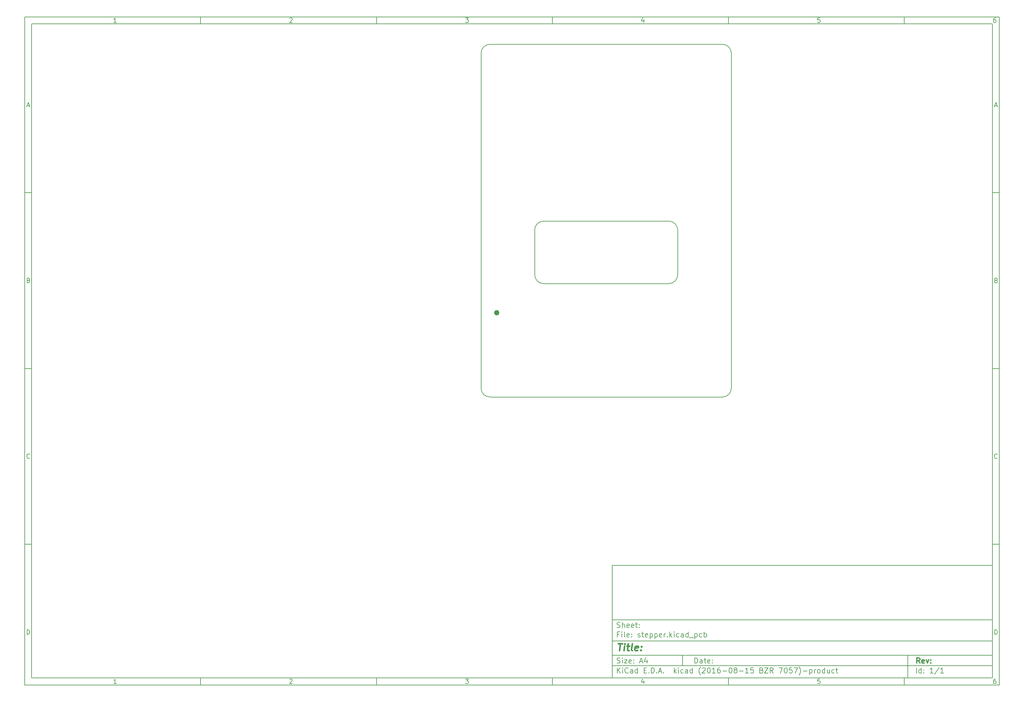
<source format=gbr>
G04 #@! TF.FileFunction,Glue,Top*
%FSLAX46Y46*%
G04 Gerber Fmt 4.6, Leading zero omitted, Abs format (unit mm)*
G04 Created by KiCad (PCBNEW (2016-08-15 BZR 7057)-product) date Tue Nov  8 12:42:18 2016*
%MOMM*%
%LPD*%
G01*
G04 APERTURE LIST*
%ADD10C,0.100000*%
%ADD11C,0.150000*%
%ADD12C,0.300000*%
%ADD13C,0.400000*%
%ADD14C,0.381000*%
G04 APERTURE END LIST*
D10*
D11*
X177002200Y-166007200D02*
X177002200Y-198007200D01*
X285002200Y-198007200D01*
X285002200Y-166007200D01*
X177002200Y-166007200D01*
D10*
D11*
X10000000Y-10000000D02*
X10000000Y-200007200D01*
X287002200Y-200007200D01*
X287002200Y-10000000D01*
X10000000Y-10000000D01*
D10*
D11*
X12000000Y-12000000D02*
X12000000Y-198007200D01*
X285002200Y-198007200D01*
X285002200Y-12000000D01*
X12000000Y-12000000D01*
D10*
D11*
X60000000Y-12000000D02*
X60000000Y-10000000D01*
D10*
D11*
X110000000Y-12000000D02*
X110000000Y-10000000D01*
D10*
D11*
X160000000Y-12000000D02*
X160000000Y-10000000D01*
D10*
D11*
X210000000Y-12000000D02*
X210000000Y-10000000D01*
D10*
D11*
X260000000Y-12000000D02*
X260000000Y-10000000D01*
D10*
D11*
X36065476Y-11588095D02*
X35322619Y-11588095D01*
X35694047Y-11588095D02*
X35694047Y-10288095D01*
X35570238Y-10473809D01*
X35446428Y-10597619D01*
X35322619Y-10659523D01*
D10*
D11*
X85322619Y-10411904D02*
X85384523Y-10350000D01*
X85508333Y-10288095D01*
X85817857Y-10288095D01*
X85941666Y-10350000D01*
X86003571Y-10411904D01*
X86065476Y-10535714D01*
X86065476Y-10659523D01*
X86003571Y-10845238D01*
X85260714Y-11588095D01*
X86065476Y-11588095D01*
D10*
D11*
X135260714Y-10288095D02*
X136065476Y-10288095D01*
X135632142Y-10783333D01*
X135817857Y-10783333D01*
X135941666Y-10845238D01*
X136003571Y-10907142D01*
X136065476Y-11030952D01*
X136065476Y-11340476D01*
X136003571Y-11464285D01*
X135941666Y-11526190D01*
X135817857Y-11588095D01*
X135446428Y-11588095D01*
X135322619Y-11526190D01*
X135260714Y-11464285D01*
D10*
D11*
X185941666Y-10721428D02*
X185941666Y-11588095D01*
X185632142Y-10226190D02*
X185322619Y-11154761D01*
X186127380Y-11154761D01*
D10*
D11*
X236003571Y-10288095D02*
X235384523Y-10288095D01*
X235322619Y-10907142D01*
X235384523Y-10845238D01*
X235508333Y-10783333D01*
X235817857Y-10783333D01*
X235941666Y-10845238D01*
X236003571Y-10907142D01*
X236065476Y-11030952D01*
X236065476Y-11340476D01*
X236003571Y-11464285D01*
X235941666Y-11526190D01*
X235817857Y-11588095D01*
X235508333Y-11588095D01*
X235384523Y-11526190D01*
X235322619Y-11464285D01*
D10*
D11*
X285941666Y-10288095D02*
X285694047Y-10288095D01*
X285570238Y-10350000D01*
X285508333Y-10411904D01*
X285384523Y-10597619D01*
X285322619Y-10845238D01*
X285322619Y-11340476D01*
X285384523Y-11464285D01*
X285446428Y-11526190D01*
X285570238Y-11588095D01*
X285817857Y-11588095D01*
X285941666Y-11526190D01*
X286003571Y-11464285D01*
X286065476Y-11340476D01*
X286065476Y-11030952D01*
X286003571Y-10907142D01*
X285941666Y-10845238D01*
X285817857Y-10783333D01*
X285570238Y-10783333D01*
X285446428Y-10845238D01*
X285384523Y-10907142D01*
X285322619Y-11030952D01*
D10*
D11*
X60000000Y-198007200D02*
X60000000Y-200007200D01*
D10*
D11*
X110000000Y-198007200D02*
X110000000Y-200007200D01*
D10*
D11*
X160000000Y-198007200D02*
X160000000Y-200007200D01*
D10*
D11*
X210000000Y-198007200D02*
X210000000Y-200007200D01*
D10*
D11*
X260000000Y-198007200D02*
X260000000Y-200007200D01*
D10*
D11*
X36065476Y-199595295D02*
X35322619Y-199595295D01*
X35694047Y-199595295D02*
X35694047Y-198295295D01*
X35570238Y-198481009D01*
X35446428Y-198604819D01*
X35322619Y-198666723D01*
D10*
D11*
X85322619Y-198419104D02*
X85384523Y-198357200D01*
X85508333Y-198295295D01*
X85817857Y-198295295D01*
X85941666Y-198357200D01*
X86003571Y-198419104D01*
X86065476Y-198542914D01*
X86065476Y-198666723D01*
X86003571Y-198852438D01*
X85260714Y-199595295D01*
X86065476Y-199595295D01*
D10*
D11*
X135260714Y-198295295D02*
X136065476Y-198295295D01*
X135632142Y-198790533D01*
X135817857Y-198790533D01*
X135941666Y-198852438D01*
X136003571Y-198914342D01*
X136065476Y-199038152D01*
X136065476Y-199347676D01*
X136003571Y-199471485D01*
X135941666Y-199533390D01*
X135817857Y-199595295D01*
X135446428Y-199595295D01*
X135322619Y-199533390D01*
X135260714Y-199471485D01*
D10*
D11*
X185941666Y-198728628D02*
X185941666Y-199595295D01*
X185632142Y-198233390D02*
X185322619Y-199161961D01*
X186127380Y-199161961D01*
D10*
D11*
X236003571Y-198295295D02*
X235384523Y-198295295D01*
X235322619Y-198914342D01*
X235384523Y-198852438D01*
X235508333Y-198790533D01*
X235817857Y-198790533D01*
X235941666Y-198852438D01*
X236003571Y-198914342D01*
X236065476Y-199038152D01*
X236065476Y-199347676D01*
X236003571Y-199471485D01*
X235941666Y-199533390D01*
X235817857Y-199595295D01*
X235508333Y-199595295D01*
X235384523Y-199533390D01*
X235322619Y-199471485D01*
D10*
D11*
X285941666Y-198295295D02*
X285694047Y-198295295D01*
X285570238Y-198357200D01*
X285508333Y-198419104D01*
X285384523Y-198604819D01*
X285322619Y-198852438D01*
X285322619Y-199347676D01*
X285384523Y-199471485D01*
X285446428Y-199533390D01*
X285570238Y-199595295D01*
X285817857Y-199595295D01*
X285941666Y-199533390D01*
X286003571Y-199471485D01*
X286065476Y-199347676D01*
X286065476Y-199038152D01*
X286003571Y-198914342D01*
X285941666Y-198852438D01*
X285817857Y-198790533D01*
X285570238Y-198790533D01*
X285446428Y-198852438D01*
X285384523Y-198914342D01*
X285322619Y-199038152D01*
D10*
D11*
X10000000Y-60000000D02*
X12000000Y-60000000D01*
D10*
D11*
X10000000Y-110000000D02*
X12000000Y-110000000D01*
D10*
D11*
X10000000Y-160000000D02*
X12000000Y-160000000D01*
D10*
D11*
X10690476Y-35216666D02*
X11309523Y-35216666D01*
X10566666Y-35588095D02*
X11000000Y-34288095D01*
X11433333Y-35588095D01*
D10*
D11*
X11092857Y-84907142D02*
X11278571Y-84969047D01*
X11340476Y-85030952D01*
X11402380Y-85154761D01*
X11402380Y-85340476D01*
X11340476Y-85464285D01*
X11278571Y-85526190D01*
X11154761Y-85588095D01*
X10659523Y-85588095D01*
X10659523Y-84288095D01*
X11092857Y-84288095D01*
X11216666Y-84350000D01*
X11278571Y-84411904D01*
X11340476Y-84535714D01*
X11340476Y-84659523D01*
X11278571Y-84783333D01*
X11216666Y-84845238D01*
X11092857Y-84907142D01*
X10659523Y-84907142D01*
D10*
D11*
X11402380Y-135464285D02*
X11340476Y-135526190D01*
X11154761Y-135588095D01*
X11030952Y-135588095D01*
X10845238Y-135526190D01*
X10721428Y-135402380D01*
X10659523Y-135278571D01*
X10597619Y-135030952D01*
X10597619Y-134845238D01*
X10659523Y-134597619D01*
X10721428Y-134473809D01*
X10845238Y-134350000D01*
X11030952Y-134288095D01*
X11154761Y-134288095D01*
X11340476Y-134350000D01*
X11402380Y-134411904D01*
D10*
D11*
X10659523Y-185588095D02*
X10659523Y-184288095D01*
X10969047Y-184288095D01*
X11154761Y-184350000D01*
X11278571Y-184473809D01*
X11340476Y-184597619D01*
X11402380Y-184845238D01*
X11402380Y-185030952D01*
X11340476Y-185278571D01*
X11278571Y-185402380D01*
X11154761Y-185526190D01*
X10969047Y-185588095D01*
X10659523Y-185588095D01*
D10*
D11*
X287002200Y-60000000D02*
X285002200Y-60000000D01*
D10*
D11*
X287002200Y-110000000D02*
X285002200Y-110000000D01*
D10*
D11*
X287002200Y-160000000D02*
X285002200Y-160000000D01*
D10*
D11*
X285692676Y-35216666D02*
X286311723Y-35216666D01*
X285568866Y-35588095D02*
X286002200Y-34288095D01*
X286435533Y-35588095D01*
D10*
D11*
X286095057Y-84907142D02*
X286280771Y-84969047D01*
X286342676Y-85030952D01*
X286404580Y-85154761D01*
X286404580Y-85340476D01*
X286342676Y-85464285D01*
X286280771Y-85526190D01*
X286156961Y-85588095D01*
X285661723Y-85588095D01*
X285661723Y-84288095D01*
X286095057Y-84288095D01*
X286218866Y-84350000D01*
X286280771Y-84411904D01*
X286342676Y-84535714D01*
X286342676Y-84659523D01*
X286280771Y-84783333D01*
X286218866Y-84845238D01*
X286095057Y-84907142D01*
X285661723Y-84907142D01*
D10*
D11*
X286404580Y-135464285D02*
X286342676Y-135526190D01*
X286156961Y-135588095D01*
X286033152Y-135588095D01*
X285847438Y-135526190D01*
X285723628Y-135402380D01*
X285661723Y-135278571D01*
X285599819Y-135030952D01*
X285599819Y-134845238D01*
X285661723Y-134597619D01*
X285723628Y-134473809D01*
X285847438Y-134350000D01*
X286033152Y-134288095D01*
X286156961Y-134288095D01*
X286342676Y-134350000D01*
X286404580Y-134411904D01*
D10*
D11*
X285661723Y-185588095D02*
X285661723Y-184288095D01*
X285971247Y-184288095D01*
X286156961Y-184350000D01*
X286280771Y-184473809D01*
X286342676Y-184597619D01*
X286404580Y-184845238D01*
X286404580Y-185030952D01*
X286342676Y-185278571D01*
X286280771Y-185402380D01*
X286156961Y-185526190D01*
X285971247Y-185588095D01*
X285661723Y-185588095D01*
D10*
D11*
X200434342Y-193785771D02*
X200434342Y-192285771D01*
X200791485Y-192285771D01*
X201005771Y-192357200D01*
X201148628Y-192500057D01*
X201220057Y-192642914D01*
X201291485Y-192928628D01*
X201291485Y-193142914D01*
X201220057Y-193428628D01*
X201148628Y-193571485D01*
X201005771Y-193714342D01*
X200791485Y-193785771D01*
X200434342Y-193785771D01*
X202577200Y-193785771D02*
X202577200Y-193000057D01*
X202505771Y-192857200D01*
X202362914Y-192785771D01*
X202077200Y-192785771D01*
X201934342Y-192857200D01*
X202577200Y-193714342D02*
X202434342Y-193785771D01*
X202077200Y-193785771D01*
X201934342Y-193714342D01*
X201862914Y-193571485D01*
X201862914Y-193428628D01*
X201934342Y-193285771D01*
X202077200Y-193214342D01*
X202434342Y-193214342D01*
X202577200Y-193142914D01*
X203077200Y-192785771D02*
X203648628Y-192785771D01*
X203291485Y-192285771D02*
X203291485Y-193571485D01*
X203362914Y-193714342D01*
X203505771Y-193785771D01*
X203648628Y-193785771D01*
X204720057Y-193714342D02*
X204577200Y-193785771D01*
X204291485Y-193785771D01*
X204148628Y-193714342D01*
X204077200Y-193571485D01*
X204077200Y-193000057D01*
X204148628Y-192857200D01*
X204291485Y-192785771D01*
X204577200Y-192785771D01*
X204720057Y-192857200D01*
X204791485Y-193000057D01*
X204791485Y-193142914D01*
X204077200Y-193285771D01*
X205434342Y-193642914D02*
X205505771Y-193714342D01*
X205434342Y-193785771D01*
X205362914Y-193714342D01*
X205434342Y-193642914D01*
X205434342Y-193785771D01*
X205434342Y-192857200D02*
X205505771Y-192928628D01*
X205434342Y-193000057D01*
X205362914Y-192928628D01*
X205434342Y-192857200D01*
X205434342Y-193000057D01*
D10*
D11*
X177002200Y-194507200D02*
X285002200Y-194507200D01*
D10*
D11*
X178434342Y-196585771D02*
X178434342Y-195085771D01*
X179291485Y-196585771D02*
X178648628Y-195728628D01*
X179291485Y-195085771D02*
X178434342Y-195942914D01*
X179934342Y-196585771D02*
X179934342Y-195585771D01*
X179934342Y-195085771D02*
X179862914Y-195157200D01*
X179934342Y-195228628D01*
X180005771Y-195157200D01*
X179934342Y-195085771D01*
X179934342Y-195228628D01*
X181505771Y-196442914D02*
X181434342Y-196514342D01*
X181220057Y-196585771D01*
X181077200Y-196585771D01*
X180862914Y-196514342D01*
X180720057Y-196371485D01*
X180648628Y-196228628D01*
X180577200Y-195942914D01*
X180577200Y-195728628D01*
X180648628Y-195442914D01*
X180720057Y-195300057D01*
X180862914Y-195157200D01*
X181077200Y-195085771D01*
X181220057Y-195085771D01*
X181434342Y-195157200D01*
X181505771Y-195228628D01*
X182791485Y-196585771D02*
X182791485Y-195800057D01*
X182720057Y-195657200D01*
X182577200Y-195585771D01*
X182291485Y-195585771D01*
X182148628Y-195657200D01*
X182791485Y-196514342D02*
X182648628Y-196585771D01*
X182291485Y-196585771D01*
X182148628Y-196514342D01*
X182077200Y-196371485D01*
X182077200Y-196228628D01*
X182148628Y-196085771D01*
X182291485Y-196014342D01*
X182648628Y-196014342D01*
X182791485Y-195942914D01*
X184148628Y-196585771D02*
X184148628Y-195085771D01*
X184148628Y-196514342D02*
X184005771Y-196585771D01*
X183720057Y-196585771D01*
X183577200Y-196514342D01*
X183505771Y-196442914D01*
X183434342Y-196300057D01*
X183434342Y-195871485D01*
X183505771Y-195728628D01*
X183577200Y-195657200D01*
X183720057Y-195585771D01*
X184005771Y-195585771D01*
X184148628Y-195657200D01*
X186005771Y-195800057D02*
X186505771Y-195800057D01*
X186720057Y-196585771D02*
X186005771Y-196585771D01*
X186005771Y-195085771D01*
X186720057Y-195085771D01*
X187362914Y-196442914D02*
X187434342Y-196514342D01*
X187362914Y-196585771D01*
X187291485Y-196514342D01*
X187362914Y-196442914D01*
X187362914Y-196585771D01*
X188077200Y-196585771D02*
X188077200Y-195085771D01*
X188434342Y-195085771D01*
X188648628Y-195157200D01*
X188791485Y-195300057D01*
X188862914Y-195442914D01*
X188934342Y-195728628D01*
X188934342Y-195942914D01*
X188862914Y-196228628D01*
X188791485Y-196371485D01*
X188648628Y-196514342D01*
X188434342Y-196585771D01*
X188077200Y-196585771D01*
X189577200Y-196442914D02*
X189648628Y-196514342D01*
X189577200Y-196585771D01*
X189505771Y-196514342D01*
X189577200Y-196442914D01*
X189577200Y-196585771D01*
X190220057Y-196157200D02*
X190934342Y-196157200D01*
X190077200Y-196585771D02*
X190577200Y-195085771D01*
X191077200Y-196585771D01*
X191577200Y-196442914D02*
X191648628Y-196514342D01*
X191577200Y-196585771D01*
X191505771Y-196514342D01*
X191577200Y-196442914D01*
X191577200Y-196585771D01*
X194577200Y-196585771D02*
X194577200Y-195085771D01*
X194720057Y-196014342D02*
X195148628Y-196585771D01*
X195148628Y-195585771D02*
X194577200Y-196157200D01*
X195791485Y-196585771D02*
X195791485Y-195585771D01*
X195791485Y-195085771D02*
X195720057Y-195157200D01*
X195791485Y-195228628D01*
X195862914Y-195157200D01*
X195791485Y-195085771D01*
X195791485Y-195228628D01*
X197148628Y-196514342D02*
X197005771Y-196585771D01*
X196720057Y-196585771D01*
X196577200Y-196514342D01*
X196505771Y-196442914D01*
X196434342Y-196300057D01*
X196434342Y-195871485D01*
X196505771Y-195728628D01*
X196577200Y-195657200D01*
X196720057Y-195585771D01*
X197005771Y-195585771D01*
X197148628Y-195657200D01*
X198434342Y-196585771D02*
X198434342Y-195800057D01*
X198362914Y-195657200D01*
X198220057Y-195585771D01*
X197934342Y-195585771D01*
X197791485Y-195657200D01*
X198434342Y-196514342D02*
X198291485Y-196585771D01*
X197934342Y-196585771D01*
X197791485Y-196514342D01*
X197720057Y-196371485D01*
X197720057Y-196228628D01*
X197791485Y-196085771D01*
X197934342Y-196014342D01*
X198291485Y-196014342D01*
X198434342Y-195942914D01*
X199791485Y-196585771D02*
X199791485Y-195085771D01*
X199791485Y-196514342D02*
X199648628Y-196585771D01*
X199362914Y-196585771D01*
X199220057Y-196514342D01*
X199148628Y-196442914D01*
X199077200Y-196300057D01*
X199077200Y-195871485D01*
X199148628Y-195728628D01*
X199220057Y-195657200D01*
X199362914Y-195585771D01*
X199648628Y-195585771D01*
X199791485Y-195657200D01*
X202077200Y-197157200D02*
X202005771Y-197085771D01*
X201862914Y-196871485D01*
X201791485Y-196728628D01*
X201720057Y-196514342D01*
X201648628Y-196157200D01*
X201648628Y-195871485D01*
X201720057Y-195514342D01*
X201791485Y-195300057D01*
X201862914Y-195157200D01*
X202005771Y-194942914D01*
X202077200Y-194871485D01*
X202577200Y-195228628D02*
X202648628Y-195157200D01*
X202791485Y-195085771D01*
X203148628Y-195085771D01*
X203291485Y-195157200D01*
X203362914Y-195228628D01*
X203434342Y-195371485D01*
X203434342Y-195514342D01*
X203362914Y-195728628D01*
X202505771Y-196585771D01*
X203434342Y-196585771D01*
X204362914Y-195085771D02*
X204505771Y-195085771D01*
X204648628Y-195157200D01*
X204720057Y-195228628D01*
X204791485Y-195371485D01*
X204862914Y-195657200D01*
X204862914Y-196014342D01*
X204791485Y-196300057D01*
X204720057Y-196442914D01*
X204648628Y-196514342D01*
X204505771Y-196585771D01*
X204362914Y-196585771D01*
X204220057Y-196514342D01*
X204148628Y-196442914D01*
X204077200Y-196300057D01*
X204005771Y-196014342D01*
X204005771Y-195657200D01*
X204077200Y-195371485D01*
X204148628Y-195228628D01*
X204220057Y-195157200D01*
X204362914Y-195085771D01*
X206291485Y-196585771D02*
X205434342Y-196585771D01*
X205862914Y-196585771D02*
X205862914Y-195085771D01*
X205720057Y-195300057D01*
X205577200Y-195442914D01*
X205434342Y-195514342D01*
X207577200Y-195085771D02*
X207291485Y-195085771D01*
X207148628Y-195157200D01*
X207077200Y-195228628D01*
X206934342Y-195442914D01*
X206862914Y-195728628D01*
X206862914Y-196300057D01*
X206934342Y-196442914D01*
X207005771Y-196514342D01*
X207148628Y-196585771D01*
X207434342Y-196585771D01*
X207577200Y-196514342D01*
X207648628Y-196442914D01*
X207720057Y-196300057D01*
X207720057Y-195942914D01*
X207648628Y-195800057D01*
X207577200Y-195728628D01*
X207434342Y-195657200D01*
X207148628Y-195657200D01*
X207005771Y-195728628D01*
X206934342Y-195800057D01*
X206862914Y-195942914D01*
X208362914Y-196014342D02*
X209505771Y-196014342D01*
X210505771Y-195085771D02*
X210648628Y-195085771D01*
X210791485Y-195157200D01*
X210862914Y-195228628D01*
X210934342Y-195371485D01*
X211005771Y-195657200D01*
X211005771Y-196014342D01*
X210934342Y-196300057D01*
X210862914Y-196442914D01*
X210791485Y-196514342D01*
X210648628Y-196585771D01*
X210505771Y-196585771D01*
X210362914Y-196514342D01*
X210291485Y-196442914D01*
X210220057Y-196300057D01*
X210148628Y-196014342D01*
X210148628Y-195657200D01*
X210220057Y-195371485D01*
X210291485Y-195228628D01*
X210362914Y-195157200D01*
X210505771Y-195085771D01*
X211862914Y-195728628D02*
X211720057Y-195657200D01*
X211648628Y-195585771D01*
X211577200Y-195442914D01*
X211577200Y-195371485D01*
X211648628Y-195228628D01*
X211720057Y-195157200D01*
X211862914Y-195085771D01*
X212148628Y-195085771D01*
X212291485Y-195157200D01*
X212362914Y-195228628D01*
X212434342Y-195371485D01*
X212434342Y-195442914D01*
X212362914Y-195585771D01*
X212291485Y-195657200D01*
X212148628Y-195728628D01*
X211862914Y-195728628D01*
X211720057Y-195800057D01*
X211648628Y-195871485D01*
X211577200Y-196014342D01*
X211577200Y-196300057D01*
X211648628Y-196442914D01*
X211720057Y-196514342D01*
X211862914Y-196585771D01*
X212148628Y-196585771D01*
X212291485Y-196514342D01*
X212362914Y-196442914D01*
X212434342Y-196300057D01*
X212434342Y-196014342D01*
X212362914Y-195871485D01*
X212291485Y-195800057D01*
X212148628Y-195728628D01*
X213077200Y-196014342D02*
X214220057Y-196014342D01*
X215720057Y-196585771D02*
X214862914Y-196585771D01*
X215291485Y-196585771D02*
X215291485Y-195085771D01*
X215148628Y-195300057D01*
X215005771Y-195442914D01*
X214862914Y-195514342D01*
X217077200Y-195085771D02*
X216362914Y-195085771D01*
X216291485Y-195800057D01*
X216362914Y-195728628D01*
X216505771Y-195657200D01*
X216862914Y-195657200D01*
X217005771Y-195728628D01*
X217077200Y-195800057D01*
X217148628Y-195942914D01*
X217148628Y-196300057D01*
X217077200Y-196442914D01*
X217005771Y-196514342D01*
X216862914Y-196585771D01*
X216505771Y-196585771D01*
X216362914Y-196514342D01*
X216291485Y-196442914D01*
X219434342Y-195800057D02*
X219648628Y-195871485D01*
X219720057Y-195942914D01*
X219791485Y-196085771D01*
X219791485Y-196300057D01*
X219720057Y-196442914D01*
X219648628Y-196514342D01*
X219505771Y-196585771D01*
X218934342Y-196585771D01*
X218934342Y-195085771D01*
X219434342Y-195085771D01*
X219577200Y-195157200D01*
X219648628Y-195228628D01*
X219720057Y-195371485D01*
X219720057Y-195514342D01*
X219648628Y-195657200D01*
X219577200Y-195728628D01*
X219434342Y-195800057D01*
X218934342Y-195800057D01*
X220291485Y-195085771D02*
X221291485Y-195085771D01*
X220291485Y-196585771D01*
X221291485Y-196585771D01*
X222720057Y-196585771D02*
X222220057Y-195871485D01*
X221862914Y-196585771D02*
X221862914Y-195085771D01*
X222434342Y-195085771D01*
X222577200Y-195157200D01*
X222648628Y-195228628D01*
X222720057Y-195371485D01*
X222720057Y-195585771D01*
X222648628Y-195728628D01*
X222577200Y-195800057D01*
X222434342Y-195871485D01*
X221862914Y-195871485D01*
X224362914Y-195085771D02*
X225362914Y-195085771D01*
X224720057Y-196585771D01*
X226220057Y-195085771D02*
X226362914Y-195085771D01*
X226505771Y-195157200D01*
X226577200Y-195228628D01*
X226648628Y-195371485D01*
X226720057Y-195657200D01*
X226720057Y-196014342D01*
X226648628Y-196300057D01*
X226577200Y-196442914D01*
X226505771Y-196514342D01*
X226362914Y-196585771D01*
X226220057Y-196585771D01*
X226077200Y-196514342D01*
X226005771Y-196442914D01*
X225934342Y-196300057D01*
X225862914Y-196014342D01*
X225862914Y-195657200D01*
X225934342Y-195371485D01*
X226005771Y-195228628D01*
X226077200Y-195157200D01*
X226220057Y-195085771D01*
X228077200Y-195085771D02*
X227362914Y-195085771D01*
X227291485Y-195800057D01*
X227362914Y-195728628D01*
X227505771Y-195657200D01*
X227862914Y-195657200D01*
X228005771Y-195728628D01*
X228077200Y-195800057D01*
X228148628Y-195942914D01*
X228148628Y-196300057D01*
X228077200Y-196442914D01*
X228005771Y-196514342D01*
X227862914Y-196585771D01*
X227505771Y-196585771D01*
X227362914Y-196514342D01*
X227291485Y-196442914D01*
X228648628Y-195085771D02*
X229648628Y-195085771D01*
X229005771Y-196585771D01*
X230077199Y-197157200D02*
X230148628Y-197085771D01*
X230291485Y-196871485D01*
X230362914Y-196728628D01*
X230434342Y-196514342D01*
X230505771Y-196157200D01*
X230505771Y-195871485D01*
X230434342Y-195514342D01*
X230362914Y-195300057D01*
X230291485Y-195157200D01*
X230148628Y-194942914D01*
X230077199Y-194871485D01*
X231220057Y-196014342D02*
X232362914Y-196014342D01*
X233077199Y-195585771D02*
X233077199Y-197085771D01*
X233077199Y-195657200D02*
X233220057Y-195585771D01*
X233505771Y-195585771D01*
X233648628Y-195657200D01*
X233720057Y-195728628D01*
X233791485Y-195871485D01*
X233791485Y-196300057D01*
X233720057Y-196442914D01*
X233648628Y-196514342D01*
X233505771Y-196585771D01*
X233220057Y-196585771D01*
X233077199Y-196514342D01*
X234434342Y-196585771D02*
X234434342Y-195585771D01*
X234434342Y-195871485D02*
X234505771Y-195728628D01*
X234577199Y-195657200D01*
X234720057Y-195585771D01*
X234862914Y-195585771D01*
X235577199Y-196585771D02*
X235434342Y-196514342D01*
X235362914Y-196442914D01*
X235291485Y-196300057D01*
X235291485Y-195871485D01*
X235362914Y-195728628D01*
X235434342Y-195657200D01*
X235577199Y-195585771D01*
X235791485Y-195585771D01*
X235934342Y-195657200D01*
X236005771Y-195728628D01*
X236077199Y-195871485D01*
X236077199Y-196300057D01*
X236005771Y-196442914D01*
X235934342Y-196514342D01*
X235791485Y-196585771D01*
X235577199Y-196585771D01*
X237362914Y-196585771D02*
X237362914Y-195085771D01*
X237362914Y-196514342D02*
X237220057Y-196585771D01*
X236934342Y-196585771D01*
X236791485Y-196514342D01*
X236720057Y-196442914D01*
X236648628Y-196300057D01*
X236648628Y-195871485D01*
X236720057Y-195728628D01*
X236791485Y-195657200D01*
X236934342Y-195585771D01*
X237220057Y-195585771D01*
X237362914Y-195657200D01*
X238720057Y-195585771D02*
X238720057Y-196585771D01*
X238077199Y-195585771D02*
X238077199Y-196371485D01*
X238148628Y-196514342D01*
X238291485Y-196585771D01*
X238505771Y-196585771D01*
X238648628Y-196514342D01*
X238720057Y-196442914D01*
X240077199Y-196514342D02*
X239934342Y-196585771D01*
X239648628Y-196585771D01*
X239505771Y-196514342D01*
X239434342Y-196442914D01*
X239362914Y-196300057D01*
X239362914Y-195871485D01*
X239434342Y-195728628D01*
X239505771Y-195657200D01*
X239648628Y-195585771D01*
X239934342Y-195585771D01*
X240077199Y-195657200D01*
X240505771Y-195585771D02*
X241077199Y-195585771D01*
X240720057Y-195085771D02*
X240720057Y-196371485D01*
X240791485Y-196514342D01*
X240934342Y-196585771D01*
X241077199Y-196585771D01*
D10*
D11*
X177002200Y-191507200D02*
X285002200Y-191507200D01*
D10*
D12*
X264411485Y-193785771D02*
X263911485Y-193071485D01*
X263554342Y-193785771D02*
X263554342Y-192285771D01*
X264125771Y-192285771D01*
X264268628Y-192357200D01*
X264340057Y-192428628D01*
X264411485Y-192571485D01*
X264411485Y-192785771D01*
X264340057Y-192928628D01*
X264268628Y-193000057D01*
X264125771Y-193071485D01*
X263554342Y-193071485D01*
X265625771Y-193714342D02*
X265482914Y-193785771D01*
X265197200Y-193785771D01*
X265054342Y-193714342D01*
X264982914Y-193571485D01*
X264982914Y-193000057D01*
X265054342Y-192857200D01*
X265197200Y-192785771D01*
X265482914Y-192785771D01*
X265625771Y-192857200D01*
X265697200Y-193000057D01*
X265697200Y-193142914D01*
X264982914Y-193285771D01*
X266197200Y-192785771D02*
X266554342Y-193785771D01*
X266911485Y-192785771D01*
X267482914Y-193642914D02*
X267554342Y-193714342D01*
X267482914Y-193785771D01*
X267411485Y-193714342D01*
X267482914Y-193642914D01*
X267482914Y-193785771D01*
X267482914Y-192857200D02*
X267554342Y-192928628D01*
X267482914Y-193000057D01*
X267411485Y-192928628D01*
X267482914Y-192857200D01*
X267482914Y-193000057D01*
D10*
D11*
X178362914Y-193714342D02*
X178577200Y-193785771D01*
X178934342Y-193785771D01*
X179077200Y-193714342D01*
X179148628Y-193642914D01*
X179220057Y-193500057D01*
X179220057Y-193357200D01*
X179148628Y-193214342D01*
X179077200Y-193142914D01*
X178934342Y-193071485D01*
X178648628Y-193000057D01*
X178505771Y-192928628D01*
X178434342Y-192857200D01*
X178362914Y-192714342D01*
X178362914Y-192571485D01*
X178434342Y-192428628D01*
X178505771Y-192357200D01*
X178648628Y-192285771D01*
X179005771Y-192285771D01*
X179220057Y-192357200D01*
X179862914Y-193785771D02*
X179862914Y-192785771D01*
X179862914Y-192285771D02*
X179791485Y-192357200D01*
X179862914Y-192428628D01*
X179934342Y-192357200D01*
X179862914Y-192285771D01*
X179862914Y-192428628D01*
X180434342Y-192785771D02*
X181220057Y-192785771D01*
X180434342Y-193785771D01*
X181220057Y-193785771D01*
X182362914Y-193714342D02*
X182220057Y-193785771D01*
X181934342Y-193785771D01*
X181791485Y-193714342D01*
X181720057Y-193571485D01*
X181720057Y-193000057D01*
X181791485Y-192857200D01*
X181934342Y-192785771D01*
X182220057Y-192785771D01*
X182362914Y-192857200D01*
X182434342Y-193000057D01*
X182434342Y-193142914D01*
X181720057Y-193285771D01*
X183077200Y-193642914D02*
X183148628Y-193714342D01*
X183077200Y-193785771D01*
X183005771Y-193714342D01*
X183077200Y-193642914D01*
X183077200Y-193785771D01*
X183077200Y-192857200D02*
X183148628Y-192928628D01*
X183077200Y-193000057D01*
X183005771Y-192928628D01*
X183077200Y-192857200D01*
X183077200Y-193000057D01*
X184862914Y-193357200D02*
X185577200Y-193357200D01*
X184720057Y-193785771D02*
X185220057Y-192285771D01*
X185720057Y-193785771D01*
X186862914Y-192785771D02*
X186862914Y-193785771D01*
X186505771Y-192214342D02*
X186148628Y-193285771D01*
X187077200Y-193285771D01*
D10*
D11*
X263434342Y-196585771D02*
X263434342Y-195085771D01*
X264791485Y-196585771D02*
X264791485Y-195085771D01*
X264791485Y-196514342D02*
X264648628Y-196585771D01*
X264362914Y-196585771D01*
X264220057Y-196514342D01*
X264148628Y-196442914D01*
X264077200Y-196300057D01*
X264077200Y-195871485D01*
X264148628Y-195728628D01*
X264220057Y-195657200D01*
X264362914Y-195585771D01*
X264648628Y-195585771D01*
X264791485Y-195657200D01*
X265505771Y-196442914D02*
X265577200Y-196514342D01*
X265505771Y-196585771D01*
X265434342Y-196514342D01*
X265505771Y-196442914D01*
X265505771Y-196585771D01*
X265505771Y-195657200D02*
X265577200Y-195728628D01*
X265505771Y-195800057D01*
X265434342Y-195728628D01*
X265505771Y-195657200D01*
X265505771Y-195800057D01*
X268148628Y-196585771D02*
X267291485Y-196585771D01*
X267720057Y-196585771D02*
X267720057Y-195085771D01*
X267577200Y-195300057D01*
X267434342Y-195442914D01*
X267291485Y-195514342D01*
X269862914Y-195014342D02*
X268577200Y-196942914D01*
X271148628Y-196585771D02*
X270291485Y-196585771D01*
X270720057Y-196585771D02*
X270720057Y-195085771D01*
X270577200Y-195300057D01*
X270434342Y-195442914D01*
X270291485Y-195514342D01*
D10*
D11*
X177002200Y-187507200D02*
X285002200Y-187507200D01*
D10*
D13*
X178714580Y-188211961D02*
X179857438Y-188211961D01*
X179036009Y-190211961D02*
X179286009Y-188211961D01*
X180274104Y-190211961D02*
X180440771Y-188878628D01*
X180524104Y-188211961D02*
X180416961Y-188307200D01*
X180500295Y-188402438D01*
X180607438Y-188307200D01*
X180524104Y-188211961D01*
X180500295Y-188402438D01*
X181107438Y-188878628D02*
X181869342Y-188878628D01*
X181476485Y-188211961D02*
X181262200Y-189926247D01*
X181333628Y-190116723D01*
X181512200Y-190211961D01*
X181702676Y-190211961D01*
X182655057Y-190211961D02*
X182476485Y-190116723D01*
X182405057Y-189926247D01*
X182619342Y-188211961D01*
X184190771Y-190116723D02*
X183988390Y-190211961D01*
X183607438Y-190211961D01*
X183428866Y-190116723D01*
X183357438Y-189926247D01*
X183452676Y-189164342D01*
X183571723Y-188973866D01*
X183774104Y-188878628D01*
X184155057Y-188878628D01*
X184333628Y-188973866D01*
X184405057Y-189164342D01*
X184381247Y-189354819D01*
X183405057Y-189545295D01*
X185155057Y-190021485D02*
X185238390Y-190116723D01*
X185131247Y-190211961D01*
X185047914Y-190116723D01*
X185155057Y-190021485D01*
X185131247Y-190211961D01*
X185286009Y-188973866D02*
X185369342Y-189069104D01*
X185262200Y-189164342D01*
X185178866Y-189069104D01*
X185286009Y-188973866D01*
X185262200Y-189164342D01*
D10*
D11*
X178934342Y-185600057D02*
X178434342Y-185600057D01*
X178434342Y-186385771D02*
X178434342Y-184885771D01*
X179148628Y-184885771D01*
X179720057Y-186385771D02*
X179720057Y-185385771D01*
X179720057Y-184885771D02*
X179648628Y-184957200D01*
X179720057Y-185028628D01*
X179791485Y-184957200D01*
X179720057Y-184885771D01*
X179720057Y-185028628D01*
X180648628Y-186385771D02*
X180505771Y-186314342D01*
X180434342Y-186171485D01*
X180434342Y-184885771D01*
X181791485Y-186314342D02*
X181648628Y-186385771D01*
X181362914Y-186385771D01*
X181220057Y-186314342D01*
X181148628Y-186171485D01*
X181148628Y-185600057D01*
X181220057Y-185457200D01*
X181362914Y-185385771D01*
X181648628Y-185385771D01*
X181791485Y-185457200D01*
X181862914Y-185600057D01*
X181862914Y-185742914D01*
X181148628Y-185885771D01*
X182505771Y-186242914D02*
X182577200Y-186314342D01*
X182505771Y-186385771D01*
X182434342Y-186314342D01*
X182505771Y-186242914D01*
X182505771Y-186385771D01*
X182505771Y-185457200D02*
X182577200Y-185528628D01*
X182505771Y-185600057D01*
X182434342Y-185528628D01*
X182505771Y-185457200D01*
X182505771Y-185600057D01*
X184291485Y-186314342D02*
X184434342Y-186385771D01*
X184720057Y-186385771D01*
X184862914Y-186314342D01*
X184934342Y-186171485D01*
X184934342Y-186100057D01*
X184862914Y-185957200D01*
X184720057Y-185885771D01*
X184505771Y-185885771D01*
X184362914Y-185814342D01*
X184291485Y-185671485D01*
X184291485Y-185600057D01*
X184362914Y-185457200D01*
X184505771Y-185385771D01*
X184720057Y-185385771D01*
X184862914Y-185457200D01*
X185362914Y-185385771D02*
X185934342Y-185385771D01*
X185577200Y-184885771D02*
X185577200Y-186171485D01*
X185648628Y-186314342D01*
X185791485Y-186385771D01*
X185934342Y-186385771D01*
X187005771Y-186314342D02*
X186862914Y-186385771D01*
X186577200Y-186385771D01*
X186434342Y-186314342D01*
X186362914Y-186171485D01*
X186362914Y-185600057D01*
X186434342Y-185457200D01*
X186577200Y-185385771D01*
X186862914Y-185385771D01*
X187005771Y-185457200D01*
X187077200Y-185600057D01*
X187077200Y-185742914D01*
X186362914Y-185885771D01*
X187720057Y-185385771D02*
X187720057Y-186885771D01*
X187720057Y-185457200D02*
X187862914Y-185385771D01*
X188148628Y-185385771D01*
X188291485Y-185457200D01*
X188362914Y-185528628D01*
X188434342Y-185671485D01*
X188434342Y-186100057D01*
X188362914Y-186242914D01*
X188291485Y-186314342D01*
X188148628Y-186385771D01*
X187862914Y-186385771D01*
X187720057Y-186314342D01*
X189077200Y-185385771D02*
X189077200Y-186885771D01*
X189077200Y-185457200D02*
X189220057Y-185385771D01*
X189505771Y-185385771D01*
X189648628Y-185457200D01*
X189720057Y-185528628D01*
X189791485Y-185671485D01*
X189791485Y-186100057D01*
X189720057Y-186242914D01*
X189648628Y-186314342D01*
X189505771Y-186385771D01*
X189220057Y-186385771D01*
X189077200Y-186314342D01*
X191005771Y-186314342D02*
X190862914Y-186385771D01*
X190577200Y-186385771D01*
X190434342Y-186314342D01*
X190362914Y-186171485D01*
X190362914Y-185600057D01*
X190434342Y-185457200D01*
X190577200Y-185385771D01*
X190862914Y-185385771D01*
X191005771Y-185457200D01*
X191077200Y-185600057D01*
X191077200Y-185742914D01*
X190362914Y-185885771D01*
X191720057Y-186385771D02*
X191720057Y-185385771D01*
X191720057Y-185671485D02*
X191791485Y-185528628D01*
X191862914Y-185457200D01*
X192005771Y-185385771D01*
X192148628Y-185385771D01*
X192648628Y-186242914D02*
X192720057Y-186314342D01*
X192648628Y-186385771D01*
X192577200Y-186314342D01*
X192648628Y-186242914D01*
X192648628Y-186385771D01*
X193362914Y-186385771D02*
X193362914Y-184885771D01*
X193505771Y-185814342D02*
X193934342Y-186385771D01*
X193934342Y-185385771D02*
X193362914Y-185957200D01*
X194577200Y-186385771D02*
X194577200Y-185385771D01*
X194577200Y-184885771D02*
X194505771Y-184957200D01*
X194577200Y-185028628D01*
X194648628Y-184957200D01*
X194577200Y-184885771D01*
X194577200Y-185028628D01*
X195934342Y-186314342D02*
X195791485Y-186385771D01*
X195505771Y-186385771D01*
X195362914Y-186314342D01*
X195291485Y-186242914D01*
X195220057Y-186100057D01*
X195220057Y-185671485D01*
X195291485Y-185528628D01*
X195362914Y-185457200D01*
X195505771Y-185385771D01*
X195791485Y-185385771D01*
X195934342Y-185457200D01*
X197220057Y-186385771D02*
X197220057Y-185600057D01*
X197148628Y-185457200D01*
X197005771Y-185385771D01*
X196720057Y-185385771D01*
X196577200Y-185457200D01*
X197220057Y-186314342D02*
X197077200Y-186385771D01*
X196720057Y-186385771D01*
X196577200Y-186314342D01*
X196505771Y-186171485D01*
X196505771Y-186028628D01*
X196577200Y-185885771D01*
X196720057Y-185814342D01*
X197077200Y-185814342D01*
X197220057Y-185742914D01*
X198577200Y-186385771D02*
X198577200Y-184885771D01*
X198577200Y-186314342D02*
X198434342Y-186385771D01*
X198148628Y-186385771D01*
X198005771Y-186314342D01*
X197934342Y-186242914D01*
X197862914Y-186100057D01*
X197862914Y-185671485D01*
X197934342Y-185528628D01*
X198005771Y-185457200D01*
X198148628Y-185385771D01*
X198434342Y-185385771D01*
X198577200Y-185457200D01*
X198934342Y-186528628D02*
X200077200Y-186528628D01*
X200434342Y-185385771D02*
X200434342Y-186885771D01*
X200434342Y-185457200D02*
X200577200Y-185385771D01*
X200862914Y-185385771D01*
X201005771Y-185457200D01*
X201077200Y-185528628D01*
X201148628Y-185671485D01*
X201148628Y-186100057D01*
X201077200Y-186242914D01*
X201005771Y-186314342D01*
X200862914Y-186385771D01*
X200577200Y-186385771D01*
X200434342Y-186314342D01*
X202434342Y-186314342D02*
X202291485Y-186385771D01*
X202005771Y-186385771D01*
X201862914Y-186314342D01*
X201791485Y-186242914D01*
X201720057Y-186100057D01*
X201720057Y-185671485D01*
X201791485Y-185528628D01*
X201862914Y-185457200D01*
X202005771Y-185385771D01*
X202291485Y-185385771D01*
X202434342Y-185457200D01*
X203077200Y-186385771D02*
X203077200Y-184885771D01*
X203077200Y-185457200D02*
X203220057Y-185385771D01*
X203505771Y-185385771D01*
X203648628Y-185457200D01*
X203720057Y-185528628D01*
X203791485Y-185671485D01*
X203791485Y-186100057D01*
X203720057Y-186242914D01*
X203648628Y-186314342D01*
X203505771Y-186385771D01*
X203220057Y-186385771D01*
X203077200Y-186314342D01*
D10*
D11*
X177002200Y-181507200D02*
X285002200Y-181507200D01*
D10*
D11*
X178362914Y-183614342D02*
X178577200Y-183685771D01*
X178934342Y-183685771D01*
X179077200Y-183614342D01*
X179148628Y-183542914D01*
X179220057Y-183400057D01*
X179220057Y-183257200D01*
X179148628Y-183114342D01*
X179077200Y-183042914D01*
X178934342Y-182971485D01*
X178648628Y-182900057D01*
X178505771Y-182828628D01*
X178434342Y-182757200D01*
X178362914Y-182614342D01*
X178362914Y-182471485D01*
X178434342Y-182328628D01*
X178505771Y-182257200D01*
X178648628Y-182185771D01*
X179005771Y-182185771D01*
X179220057Y-182257200D01*
X179862914Y-183685771D02*
X179862914Y-182185771D01*
X180505771Y-183685771D02*
X180505771Y-182900057D01*
X180434342Y-182757200D01*
X180291485Y-182685771D01*
X180077200Y-182685771D01*
X179934342Y-182757200D01*
X179862914Y-182828628D01*
X181791485Y-183614342D02*
X181648628Y-183685771D01*
X181362914Y-183685771D01*
X181220057Y-183614342D01*
X181148628Y-183471485D01*
X181148628Y-182900057D01*
X181220057Y-182757200D01*
X181362914Y-182685771D01*
X181648628Y-182685771D01*
X181791485Y-182757200D01*
X181862914Y-182900057D01*
X181862914Y-183042914D01*
X181148628Y-183185771D01*
X183077200Y-183614342D02*
X182934342Y-183685771D01*
X182648628Y-183685771D01*
X182505771Y-183614342D01*
X182434342Y-183471485D01*
X182434342Y-182900057D01*
X182505771Y-182757200D01*
X182648628Y-182685771D01*
X182934342Y-182685771D01*
X183077200Y-182757200D01*
X183148628Y-182900057D01*
X183148628Y-183042914D01*
X182434342Y-183185771D01*
X183577200Y-182685771D02*
X184148628Y-182685771D01*
X183791485Y-182185771D02*
X183791485Y-183471485D01*
X183862914Y-183614342D01*
X184005771Y-183685771D01*
X184148628Y-183685771D01*
X184648628Y-183542914D02*
X184720057Y-183614342D01*
X184648628Y-183685771D01*
X184577200Y-183614342D01*
X184648628Y-183542914D01*
X184648628Y-183685771D01*
X184648628Y-182757200D02*
X184720057Y-182828628D01*
X184648628Y-182900057D01*
X184577200Y-182828628D01*
X184648628Y-182757200D01*
X184648628Y-182900057D01*
D10*
D11*
X197002200Y-191507200D02*
X197002200Y-194507200D01*
D10*
D11*
X261002200Y-191507200D02*
X261002200Y-198007200D01*
X139700000Y-115570000D02*
G75*
G03X142240000Y-118110000I2540000J0D01*
G01*
X208280000Y-118110000D02*
G75*
G03X210820000Y-115570000I0J2540000D01*
G01*
X142240000Y-17780000D02*
G75*
G03X139700000Y-20320000I0J-2540000D01*
G01*
X210820000Y-115570000D02*
X210820000Y-20320000D01*
X210820000Y-20320000D02*
G75*
G03X208280000Y-17780000I-2540000J0D01*
G01*
X142240000Y-118110000D02*
X208280000Y-118110000D01*
X139700000Y-20320000D02*
X139700000Y-115570000D01*
X208280000Y-17780000D02*
X142240000Y-17780000D01*
D14*
X144696180Y-94135000D02*
G75*
G03X144696180Y-94135000I-551180J0D01*
G01*
X144345660Y-94135000D02*
G75*
G03X144345660Y-94135000I-200660J0D01*
G01*
D11*
X154940000Y-83312000D02*
G75*
G03X157480000Y-85852000I2540000J0D01*
G01*
X157480000Y-68072000D02*
G75*
G03X154940000Y-70612000I0J-2540000D01*
G01*
X193040000Y-85852000D02*
G75*
G03X195580000Y-83312000I0J2540000D01*
G01*
X195580000Y-70612000D02*
G75*
G03X193040000Y-68072000I-2540000J0D01*
G01*
X195580000Y-70612000D02*
X195580000Y-83312000D01*
X193040000Y-85852000D02*
X157480000Y-85852000D01*
X154940000Y-83312000D02*
X154940000Y-70612000D01*
X193040000Y-68072000D02*
X157480000Y-68072000D01*
M02*

</source>
